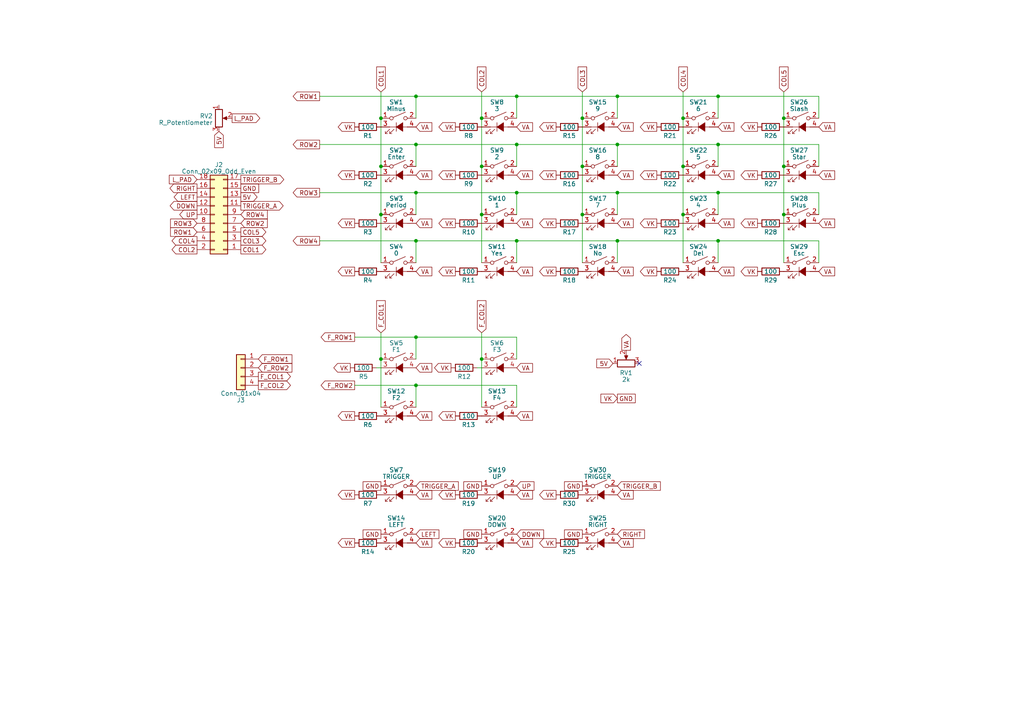
<source format=kicad_sch>
(kicad_sch (version 20230121) (generator eeschema)
  (paper "A4")
  (title_block (title "Sidecar XE85 keyboard") (date "2023-04-23") (rev "2") (company "Decent Consulting"))
  (lib_symbols
    (symbol "Connector_Generic:Conn_01x04" (pin_names (offset 1.016) hide)
      (property "Reference" "J" (at 0 5.08 0))
      (property "Value" "Conn_01x04" (at 0 -7.62 0))
      (symbol "Conn_01x04_1_1"
        (rectangle (start -1.27 -4.953) (end 0 -5.207) (stroke (width 0.1524)))
        (rectangle (start -1.27 -2.413) (end 0 -2.667) (stroke (width 0.1524)))
        (rectangle (start -1.27 0.127) (end 0 -0.127) (stroke (width 0.1524)))
        (rectangle (start -1.27 2.667) (end 0 2.413) (stroke (width 0.1524)))
        (rectangle (start -1.27 3.81) (end 1.27 -6.35) (stroke (width 0.254)) (fill (type background)))
        (pin passive line (at -5.08 2.54 0) (length 3.81) (name "Pin_1") (number "1"))
        (pin passive line (at -5.08 0 0) (length 3.81) (name "Pin_2") (number "2"))
        (pin passive line (at -5.08 -2.54 0) (length 3.81) (name "Pin_3") (number "3"))
        (pin passive line (at -5.08 -5.08 0) (length 3.81) (name "Pin_4") (number "4"))
      )
    )
    (symbol "Connector_Generic:Conn_02x09_Odd_Even" (pin_names (offset 1.016) hide)
      (property "Reference" "J" (at 1.27 12.7 0))
      (property "Value" "Conn_02x09_Odd_Even" (at 1.27 -12.7 0))
      (symbol "Conn_02x09_Odd_Even_1_1"
        (rectangle (start -1.27 -10.033) (end 0 -10.287) (stroke (width 0.1524)))
        (rectangle (start -1.27 -7.493) (end 0 -7.747) (stroke (width 0.1524)))
        (rectangle (start -1.27 -4.953) (end 0 -5.207) (stroke (width 0.1524)))
        (rectangle (start -1.27 -2.413) (end 0 -2.667) (stroke (width 0.1524)))
        (rectangle (start -1.27 0.127) (end 0 -0.127) (stroke (width 0.1524)))
        (rectangle (start -1.27 2.667) (end 0 2.413) (stroke (width 0.1524)))
        (rectangle (start -1.27 5.207) (end 0 4.953) (stroke (width 0.1524)))
        (rectangle (start -1.27 7.747) (end 0 7.493) (stroke (width 0.1524)))
        (rectangle (start -1.27 10.287) (end 0 10.033) (stroke (width 0.1524)))
        (rectangle (start -1.27 11.43) (end 3.81 -11.43) (stroke (width 0.254)) (fill (type background)))
        (rectangle (start 3.81 -10.033) (end 2.54 -10.287) (stroke (width 0.1524)))
        (rectangle (start 3.81 -7.493) (end 2.54 -7.747) (stroke (width 0.1524)))
        (rectangle (start 3.81 -4.953) (end 2.54 -5.207) (stroke (width 0.1524)))
        (rectangle (start 3.81 -2.413) (end 2.54 -2.667) (stroke (width 0.1524)))
        (rectangle (start 3.81 0.127) (end 2.54 -0.127) (stroke (width 0.1524)))
        (rectangle (start 3.81 2.667) (end 2.54 2.413) (stroke (width 0.1524)))
        (rectangle (start 3.81 5.207) (end 2.54 4.953) (stroke (width 0.1524)))
        (rectangle (start 3.81 7.747) (end 2.54 7.493) (stroke (width 0.1524)))
        (rectangle (start 3.81 10.287) (end 2.54 10.033) (stroke (width 0.1524)))
        (pin passive line (at -5.08 10.16 0) (length 3.81) (name "Pin_1") (number "1"))
        (pin passive line (at 7.62 0 180) (length 3.81) (name "Pin_10") (number "10"))
        (pin passive line (at -5.08 -2.54 0) (length 3.81) (name "Pin_11") (number "11"))
        (pin passive line (at 7.62 -2.54 180) (length 3.81) (name "Pin_12") (number "12"))
        (pin passive line (at -5.08 -5.08 0) (length 3.81) (name "Pin_13") (number "13"))
        (pin passive line (at 7.62 -5.08 180) (length 3.81) (name "Pin_14") (number "14"))
        (pin passive line (at -5.08 -7.62 0) (length 3.81) (name "Pin_15") (number "15"))
        (pin passive line (at 7.62 -7.62 180) (length 3.81) (name "Pin_16") (number "16"))
        (pin passive line (at -5.08 -10.16 0) (length 3.81) (name "Pin_17") (number "17"))
        (pin passive line (at 7.62 -10.16 180) (length 3.81) (name "Pin_18") (number "18"))
        (pin passive line (at 7.62 10.16 180) (length 3.81) (name "Pin_2") (number "2"))
        (pin passive line (at -5.08 7.62 0) (length 3.81) (name "Pin_3") (number "3"))
        (pin passive line (at 7.62 7.62 180) (length 3.81) (name "Pin_4") (number "4"))
        (pin passive line (at -5.08 5.08 0) (length 3.81) (name "Pin_5") (number "5"))
        (pin passive line (at 7.62 5.08 180) (length 3.81) (name "Pin_6") (number "6"))
        (pin passive line (at -5.08 2.54 0) (length 3.81) (name "Pin_7") (number "7"))
        (pin passive line (at 7.62 2.54 180) (length 3.81) (name "Pin_8") (number "8"))
        (pin passive line (at -5.08 0 0) (length 3.81) (name "Pin_9") (number "9"))
      )
    )
    (symbol "Device:R" (pin_numbers hide) (pin_names (offset 0))
      (property "Reference" "R" (at 2.032 0 90))
      (property "Value" "R" (at 0 0 90))
      (symbol "R_0_1"
        (rectangle (start -1.016 -2.54) (end 1.016 2.54) (stroke (width 0.254)))
      )
      (symbol "R_1_1"
        (pin passive line (at 0 3.81 270) (length 1.27) (name "~") (number "1"))
        (pin passive line (at 0 -3.81 90) (length 1.27) (name "~") (number "2"))
      )
    )
    (symbol "Device:R_Potentiometer" (pin_names (offset 1.016) hide)
      (property "Reference" "RV" (at -4.445 0 90))
      (property "Value" "R_Potentiometer" (at -2.54 0 90))
      (symbol "R_Potentiometer_0_1"
        (polyline (pts (xy 2.54 0) (xy 1.524 0)))
        (polyline (pts (xy 1.143 0) (xy 2.286 0.508) (xy 2.286 -0.508) (xy 1.143 0)) (fill (type outline)))
        (rectangle (start 1.016 2.54) (end -1.016 -2.54) (stroke (width 0.254)))
      )
      (symbol "R_Potentiometer_1_1"
        (pin passive line (at 0 3.81 270) (length 1.27) (name "1") (number "1"))
        (pin passive line (at 3.81 0 180) (length 1.27) (name "2") (number "2"))
        (pin passive line (at 0 -3.81 90) (length 1.27) (name "3") (number "3"))
      )
    )
    (symbol "Switch:SW_SPST_LED" (pin_names (offset 1.016) hide)
      (property "Reference" "SW" (at 0.635 5.715 0))
      (property "Value" "SW_SPST_LED" (at 0 -3.175 0))
      (symbol "SW_SPST_LED_0_0"
        (polyline (pts (xy -3.81 -1.905) (xy -2.54 -0.635)))
        (polyline (pts (xy -2.54 -1.905) (xy -1.27 -0.635)))
        (polyline (pts (xy -2.54 0) (xy 2.54 0)))
        (polyline (pts (xy -0.635 1.27) (xy -0.635 -1.27)))
        (polyline (pts (xy -3.81 -1.27) (xy -3.81 -1.905) (xy -3.175 -1.905)))
        (polyline (pts (xy -2.54 -1.27) (xy -2.54 -1.905) (xy -1.905 -1.905)))
        (polyline (pts (xy -0.635 0) (xy 1.27 1.27) (xy 1.27 -1.27) (xy -0.635 0)) (fill (type outline)))
      )
      (symbol "SW_SPST_LED_0_1"
        (circle (center -2.032 2.54) (radius 0.508))
        (polyline (pts (xy -1.524 2.794) (xy 2.032 4.318)))
        (circle (center 2.032 2.54) (radius 0.508))
        (pin passive line (at -5.08 2.54 0) (length 2.54) (name "1") (number "1"))
        (pin passive line (at 5.08 2.54 180) (length 2.54) (name "2") (number "2"))
        (pin passive line (at -5.08 0 0) (length 2.54) (name "K") (number "3"))
        (pin passive line (at 5.08 0 180) (length 2.54) (name "A") (number "4"))
      )
    )
  )
  (junction (at 139.7 104.14))
  (junction (at 120.65 111.76))
  (junction (at 139.7 62.23))
  (junction (at 110.49 104.14))
  (junction (at 208.28 55.88))
  (junction (at 139.7 48.26))
  (junction (at 168.91 48.26))
  (junction (at 110.49 34.29))
  (junction (at 120.65 27.94))
  (junction (at 179.07 69.85))
  (junction (at 227.33 34.29))
  (junction (at 227.33 62.23))
  (junction (at 179.07 55.88))
  (junction (at 227.33 48.26))
  (junction (at 120.65 55.88))
  (junction (at 208.28 41.91))
  (junction (at 179.07 27.94))
  (junction (at 149.86 69.85))
  (junction (at 168.91 34.29))
  (junction (at 208.28 69.85))
  (junction (at 149.86 55.88))
  (junction (at 110.49 48.26))
  (junction (at 149.86 27.94))
  (junction (at 198.12 48.26))
  (junction (at 110.49 62.23))
  (junction (at 120.65 41.91))
  (junction (at 198.12 34.29))
  (junction (at 120.65 97.79))
  (junction (at 139.7 34.29))
  (junction (at 179.07 41.91))
  (junction (at 120.65 69.85))
  (junction (at 149.86 41.91))
  (junction (at 208.28 27.94))
  (junction (at 198.12 62.23))
  (junction (at 168.91 62.23))
  (no_connect (at 185.42 105.41))
  (wire (pts (xy 227.33 62.23) (xy 227.33 76.2)))
  (wire (pts (xy 139.7 104.14) (xy 139.7 118.11)))
  (wire (pts (xy 109.22 106.68) (xy 110.49 106.68)))
  (wire (pts (xy 120.65 69.85) (xy 120.65 76.2)))
  (wire (pts (xy 120.65 34.29) (xy 120.65 27.94)))
  (wire (pts (xy 139.7 96.52) (xy 139.7 104.14)))
  (wire (pts (xy 149.86 97.79) (xy 120.65 97.79)))
  (wire (pts (xy 120.65 41.91) (xy 120.65 48.26)))
  (wire (pts (xy 149.86 27.94) (xy 120.65 27.94)))
  (wire (pts (xy 138.43 106.68) (xy 139.7 106.68)))
  (wire (pts (xy 237.49 62.23) (xy 237.49 55.88)))
  (wire (pts (xy 208.28 34.29) (xy 208.28 27.94)))
  (wire (pts (xy 102.87 97.79) (xy 120.65 97.79)))
  (wire (pts (xy 92.71 69.85) (xy 120.65 69.85)))
  (wire (pts (xy 149.86 76.2) (xy 149.86 69.85)))
  (wire (pts (xy 179.07 76.2) (xy 179.07 69.85)))
  (wire (pts (xy 168.91 34.29) (xy 168.91 48.26)))
  (wire (pts (xy 208.28 62.23) (xy 208.28 55.88)))
  (wire (pts (xy 110.49 62.23) (xy 110.49 76.2)))
  (wire (pts (xy 237.49 76.2) (xy 237.49 69.85)))
  (wire (pts (xy 179.07 62.23) (xy 179.07 55.88)))
  (wire (pts (xy 139.7 34.29) (xy 139.7 48.26)))
  (wire (pts (xy 92.71 41.91) (xy 120.65 41.91)))
  (wire (pts (xy 110.49 26.67) (xy 110.49 34.29)))
  (wire (pts (xy 198.12 26.67) (xy 198.12 34.29)))
  (wire (pts (xy 168.91 48.26) (xy 168.91 62.23)))
  (wire (pts (xy 208.28 76.2) (xy 208.28 69.85)))
  (wire (pts (xy 179.07 27.94) (xy 149.86 27.94)))
  (wire (pts (xy 92.71 27.94) (xy 120.65 27.94)))
  (wire (pts (xy 149.86 118.11) (xy 149.86 111.76)))
  (wire (pts (xy 149.86 55.88) (xy 120.65 55.88)))
  (wire (pts (xy 198.12 48.26) (xy 198.12 62.23)))
  (wire (pts (xy 110.49 34.29) (xy 110.49 48.26)))
  (wire (pts (xy 198.12 34.29) (xy 198.12 48.26)))
  (wire (pts (xy 237.49 55.88) (xy 208.28 55.88)))
  (wire (pts (xy 179.07 41.91) (xy 149.86 41.91)))
  (wire (pts (xy 208.28 27.94) (xy 179.07 27.94)))
  (wire (pts (xy 168.91 26.67) (xy 168.91 34.29)))
  (wire (pts (xy 149.86 111.76) (xy 120.65 111.76)))
  (wire (pts (xy 237.49 41.91) (xy 208.28 41.91)))
  (wire (pts (xy 179.07 34.29) (xy 179.07 27.94)))
  (wire (pts (xy 149.86 69.85) (xy 120.65 69.85)))
  (wire (pts (xy 149.86 62.23) (xy 149.86 55.88)))
  (wire (pts (xy 110.49 104.14) (xy 110.49 118.11)))
  (wire (pts (xy 139.7 62.23) (xy 139.7 76.2)))
  (wire (pts (xy 149.86 104.14) (xy 149.86 97.79)))
  (wire (pts (xy 92.71 55.88) (xy 120.65 55.88)))
  (wire (pts (xy 139.7 26.67) (xy 139.7 34.29)))
  (wire (pts (xy 208.28 55.88) (xy 179.07 55.88)))
  (wire (pts (xy 179.07 69.85) (xy 149.86 69.85)))
  (wire (pts (xy 227.33 48.26) (xy 227.33 62.23)))
  (wire (pts (xy 198.12 62.23) (xy 198.12 76.2)))
  (wire (pts (xy 237.49 69.85) (xy 208.28 69.85)))
  (wire (pts (xy 149.86 41.91) (xy 120.65 41.91)))
  (wire (pts (xy 208.28 48.26) (xy 208.28 41.91)))
  (wire (pts (xy 227.33 34.29) (xy 227.33 48.26)))
  (wire (pts (xy 120.65 118.11) (xy 120.65 111.76)))
  (wire (pts (xy 120.65 55.88) (xy 120.65 62.23)))
  (wire (pts (xy 120.65 97.79) (xy 120.65 104.14)))
  (wire (pts (xy 237.49 34.29) (xy 237.49 27.94)))
  (wire (pts (xy 208.28 41.91) (xy 179.07 41.91)))
  (wire (pts (xy 237.49 27.94) (xy 208.28 27.94)))
  (wire (pts (xy 179.07 55.88) (xy 149.86 55.88)))
  (wire (pts (xy 149.86 34.29) (xy 149.86 27.94)))
  (wire (pts (xy 110.49 48.26) (xy 110.49 62.23)))
  (wire (pts (xy 139.7 48.26) (xy 139.7 62.23)))
  (wire (pts (xy 168.91 62.23) (xy 168.91 76.2)))
  (wire (pts (xy 110.49 96.52) (xy 110.49 104.14)))
  (wire (pts (xy 237.49 48.26) (xy 237.49 41.91)))
  (wire (pts (xy 149.86 48.26) (xy 149.86 41.91)))
  (wire (pts (xy 102.87 111.76) (xy 120.65 111.76)))
  (wire (pts (xy 208.28 69.85) (xy 179.07 69.85)))
  (wire (pts (xy 227.33 26.67) (xy 227.33 34.29)))
  (wire (pts (xy 179.07 48.26) (xy 179.07 41.91)))
  (global_label "F_ROW1" (shape input) (at 74.93 104.14 0) (property "Intersheetrefs" "${INTERSHEET_REFS}" (effects hide)))
  (global_label "VA" (shape input) (at 120.65 78.74 0) (property "Intersheetrefs" "${INTERSHEET_REFS}" (effects hide)))
  (global_label "ROW2" (shape input) (at 69.85 64.77 0) (property "Intersheetrefs" "${INTERSHEET_REFS}" (effects hide)))
  (global_label "COL4" (shape input) (at 198.12 26.67 90) (property "Intersheetrefs" "${INTERSHEET_REFS}" (effects hide)))
  (global_label "COL3" (shape input) (at 168.91 26.67 90) (property "Intersheetrefs" "${INTERSHEET_REFS}" (effects hide)))
  (global_label "5V" (shape input) (at 63.5 38.1 270) (property "Intersheetrefs" "${INTERSHEET_REFS}" (effects hide)))
  (global_label "VK" (shape output) (at 132.08 36.83 180) (property "Intersheetrefs" "${INTERSHEET_REFS}" (effects hide)))
  (global_label "COL1" (shape output) (at 69.85 72.39 0) (property "Intersheetrefs" "${INTERSHEET_REFS}" (effects hide)))
  (global_label "VK" (shape output) (at 161.29 78.74 180) (property "Intersheetrefs" "${INTERSHEET_REFS}" (effects hide)))
  (global_label "5V" (shape output) (at 69.85 57.15 0) (property "Intersheetrefs" "${INTERSHEET_REFS}" (effects hide)))
  (global_label "L_PAD" (shape input) (at 57.15 52.07 180) (property "Intersheetrefs" "${INTERSHEET_REFS}" (effects hide)))
  (global_label "L_PAD" (shape output) (at 67.31 34.29 0) (property "Intersheetrefs" "${INTERSHEET_REFS}" (effects hide)))
  (global_label "VK" (shape output) (at 130.81 106.68 180) (property "Intersheetrefs" "${INTERSHEET_REFS}" (effects hide)))
  (global_label "VA" (shape input) (at 208.28 50.8 0) (property "Intersheetrefs" "${INTERSHEET_REFS}" (effects hide)))
  (global_label "VA" (shape input) (at 120.65 106.68 0) (property "Intersheetrefs" "${INTERSHEET_REFS}" (effects hide)))
  (global_label "VA" (shape input) (at 208.28 78.74 0) (property "Intersheetrefs" "${INTERSHEET_REFS}" (effects hide)))
  (global_label "VA" (shape input) (at 149.86 36.83 0) (property "Intersheetrefs" "${INTERSHEET_REFS}" (effects hide)))
  (global_label "VA" (shape input) (at 179.07 78.74 0) (property "Intersheetrefs" "${INTERSHEET_REFS}" (effects hide)))
  (global_label "UP" (shape input) (at 149.86 140.97 0) (property "Intersheetrefs" "${INTERSHEET_REFS}" (effects hide)))
  (global_label "RIGHT" (shape output) (at 57.15 54.61 180) (property "Intersheetrefs" "${INTERSHEET_REFS}" (effects hide)))
  (global_label "VA" (shape input) (at 149.86 50.8 0) (property "Intersheetrefs" "${INTERSHEET_REFS}" (effects hide)))
  (global_label "TRIGGER_B" (shape output) (at 69.85 52.07 0) (property "Intersheetrefs" "${INTERSHEET_REFS}" (effects hide)))
  (global_label "VK" (shape output) (at 190.5 78.74 180) (property "Intersheetrefs" "${INTERSHEET_REFS}" (effects hide)))
  (global_label "ROW2" (shape output) (at 92.71 41.91 180) (property "Intersheetrefs" "${INTERSHEET_REFS}" (effects hide)))
  (global_label "VK" (shape output) (at 132.08 64.77 180) (property "Intersheetrefs" "${INTERSHEET_REFS}" (effects hide)))
  (global_label "VA" (shape input) (at 120.65 50.8 0) (property "Intersheetrefs" "${INTERSHEET_REFS}" (effects hide)))
  (global_label "VA" (shape input) (at 120.65 120.65 0) (property "Intersheetrefs" "${INTERSHEET_REFS}" (effects hide)))
  (global_label "GND" (shape passive) (at 110.49 154.94 180) (property "Intersheetrefs" "${INTERSHEET_REFS}" (effects hide)))
  (global_label "F_ROW1" (shape output) (at 102.87 97.79 180) (property "Intersheetrefs" "${INTERSHEET_REFS}" (effects hide)))
  (global_label "F_COL1" (shape input) (at 110.49 96.52 90) (property "Intersheetrefs" "${INTERSHEET_REFS}" (effects hide)))
  (global_label "VA" (shape input) (at 120.65 143.51 0) (property "Intersheetrefs" "${INTERSHEET_REFS}" (effects hide)))
  (global_label "LEFT" (shape output) (at 57.15 57.15 180) (property "Intersheetrefs" "${INTERSHEET_REFS}" (effects hide)))
  (global_label "VA" (shape input) (at 149.86 106.68 0) (property "Intersheetrefs" "${INTERSHEET_REFS}" (effects hide)))
  (global_label "COL3" (shape output) (at 69.85 69.85 0) (property "Intersheetrefs" "${INTERSHEET_REFS}" (effects hide)))
  (global_label "COL5" (shape output) (at 69.85 67.31 0) (property "Intersheetrefs" "${INTERSHEET_REFS}" (effects hide)))
  (global_label "VK" (shape output) (at 219.71 50.8 180) (property "Intersheetrefs" "${INTERSHEET_REFS}" (effects hide)))
  (global_label "VK" (shape output) (at 190.5 36.83 180) (property "Intersheetrefs" "${INTERSHEET_REFS}" (effects hide)))
  (global_label "VK" (shape output) (at 102.87 64.77 180) (property "Intersheetrefs" "${INTERSHEET_REFS}" (effects hide)))
  (global_label "COL1" (shape input) (at 110.49 26.67 90) (property "Intersheetrefs" "${INTERSHEET_REFS}" (effects hide)))
  (global_label "LEFT" (shape input) (at 120.65 154.94 0) (property "Intersheetrefs" "${INTERSHEET_REFS}" (effects hide)))
  (global_label "VK" (shape output) (at 132.08 143.51 180) (property "Intersheetrefs" "${INTERSHEET_REFS}" (effects hide)))
  (global_label "VA" (shape input) (at 149.86 78.74 0) (property "Intersheetrefs" "${INTERSHEET_REFS}" (effects hide)))
  (global_label "TRIGGER_B" (shape input) (at 179.07 140.97 0) (property "Intersheetrefs" "${INTERSHEET_REFS}" (effects hide)))
  (global_label "VK" (shape output) (at 219.71 78.74 180) (property "Intersheetrefs" "${INTERSHEET_REFS}" (effects hide)))
  (global_label "GND" (shape passive) (at 69.85 54.61 0) (property "Intersheetrefs" "${INTERSHEET_REFS}" (effects hide)))
  (global_label "GND" (shape passive) (at 168.91 140.97 180) (property "Intersheetrefs" "${INTERSHEET_REFS}" (effects hide)))
  (global_label "VA" (shape input) (at 237.49 50.8 0) (property "Intersheetrefs" "${INTERSHEET_REFS}" (effects hide)))
  (global_label "VK" (shape output) (at 161.29 143.51 180) (property "Intersheetrefs" "${INTERSHEET_REFS}" (effects hide)))
  (global_label "VK" (shape output) (at 190.5 64.77 180) (property "Intersheetrefs" "${INTERSHEET_REFS}" (effects hide)))
  (global_label "DOWN" (shape input) (at 149.86 154.94 0) (property "Intersheetrefs" "${INTERSHEET_REFS}" (effects hide)))
  (global_label "VK" (shape input) (at 179.07 115.57 180) (property "Intersheetrefs" "${INTERSHEET_REFS}" (effects hide)))
  (global_label "UP" (shape output) (at 57.15 62.23 180) (property "Intersheetrefs" "${INTERSHEET_REFS}" (effects hide)))
  (global_label "VA" (shape input) (at 237.49 64.77 0) (property "Intersheetrefs" "${INTERSHEET_REFS}" (effects hide)))
  (global_label "VK" (shape output) (at 219.71 64.77 180) (property "Intersheetrefs" "${INTERSHEET_REFS}" (effects hide)))
  (global_label "TRIGGER_A" (shape input) (at 120.65 140.97 0) (property "Intersheetrefs" "${INTERSHEET_REFS}" (effects hide)))
  (global_label "VA" (shape input) (at 120.65 36.83 0) (property "Intersheetrefs" "${INTERSHEET_REFS}" (effects hide)))
  (global_label "COL5" (shape input) (at 227.33 26.67 90) (property "Intersheetrefs" "${INTERSHEET_REFS}" (effects hide)))
  (global_label "F_ROW2" (shape output) (at 102.87 111.76 180) (property "Intersheetrefs" "${INTERSHEET_REFS}" (effects hide)))
  (global_label "VK" (shape output) (at 161.29 64.77 180) (property "Intersheetrefs" "${INTERSHEET_REFS}" (effects hide)))
  (global_label "VA" (shape input) (at 149.86 157.48 0) (property "Intersheetrefs" "${INTERSHEET_REFS}" (effects hide)))
  (global_label "ROW4" (shape input) (at 69.85 62.23 0) (property "Intersheetrefs" "${INTERSHEET_REFS}" (effects hide)))
  (global_label "COL2" (shape input) (at 139.7 26.67 90) (property "Intersheetrefs" "${INTERSHEET_REFS}" (effects hide)))
  (global_label "GND" (shape passive) (at 168.91 154.94 180) (property "Intersheetrefs" "${INTERSHEET_REFS}" (effects hide)))
  (global_label "VK" (shape output) (at 101.6 106.68 180) (property "Intersheetrefs" "${INTERSHEET_REFS}" (effects hide)))
  (global_label "GND" (shape passive) (at 110.49 140.97 180) (property "Intersheetrefs" "${INTERSHEET_REFS}" (effects hide)))
  (global_label "COL4" (shape output) (at 57.15 69.85 180) (property "Intersheetrefs" "${INTERSHEET_REFS}" (effects hide)))
  (global_label "ROW3" (shape input) (at 57.15 64.77 180) (property "Intersheetrefs" "${INTERSHEET_REFS}" (effects hide)))
  (global_label "VA" (shape input) (at 208.28 36.83 0) (property "Intersheetrefs" "${INTERSHEET_REFS}" (effects hide)))
  (global_label "F_ROW2" (shape input) (at 74.93 106.68 0) (property "Intersheetrefs" "${INTERSHEET_REFS}" (effects hide)))
  (global_label "VA" (shape input) (at 179.07 64.77 0) (property "Intersheetrefs" "${INTERSHEET_REFS}" (effects hide)))
  (global_label "GND" (shape passive) (at 139.7 154.94 180) (property "Intersheetrefs" "${INTERSHEET_REFS}" (effects hide)))
  (global_label "VA" (shape input) (at 208.28 64.77 0) (property "Intersheetrefs" "${INTERSHEET_REFS}" (effects hide)))
  (global_label "ROW4" (shape output) (at 92.71 69.85 180) (property "Intersheetrefs" "${INTERSHEET_REFS}" (effects hide)))
  (global_label "VK" (shape output) (at 190.5 50.8 180) (property "Intersheetrefs" "${INTERSHEET_REFS}" (effects hide)))
  (global_label "VA" (shape input) (at 120.65 64.77 0) (property "Intersheetrefs" "${INTERSHEET_REFS}" (effects hide)))
  (global_label "VK" (shape output) (at 132.08 120.65 180) (property "Intersheetrefs" "${INTERSHEET_REFS}" (effects hide)))
  (global_label "GND" (shape passive) (at 179.07 115.57 0) (property "Intersheetrefs" "${INTERSHEET_REFS}" (effects hide)))
  (global_label "VA" (shape input) (at 179.07 157.48 0) (property "Intersheetrefs" "${INTERSHEET_REFS}" (effects hide)))
  (global_label "VA" (shape input) (at 120.65 157.48 0) (property "Intersheetrefs" "${INTERSHEET_REFS}" (effects hide)))
  (global_label "5V" (shape input) (at 177.8 105.41 180) (property "Intersheetrefs" "${INTERSHEET_REFS}" (effects hide)))
  (global_label "VK" (shape output) (at 161.29 157.48 180) (property "Intersheetrefs" "${INTERSHEET_REFS}" (effects hide)))
  (global_label "VK" (shape output) (at 132.08 157.48 180) (property "Intersheetrefs" "${INTERSHEET_REFS}" (effects hide)))
  (global_label "VK" (shape output) (at 132.08 50.8 180) (property "Intersheetrefs" "${INTERSHEET_REFS}" (effects hide)))
  (global_label "VK" (shape output) (at 102.87 78.74 180) (property "Intersheetrefs" "${INTERSHEET_REFS}" (effects hide)))
  (global_label "TRIGGER_A" (shape output) (at 69.85 59.69 0) (property "Intersheetrefs" "${INTERSHEET_REFS}" (effects hide)))
  (global_label "F_COL2" (shape input) (at 139.7 96.52 90) (property "Intersheetrefs" "${INTERSHEET_REFS}" (effects hide)))
  (global_label "DOWN" (shape output) (at 57.15 59.69 180) (property "Intersheetrefs" "${INTERSHEET_REFS}" (effects hide)))
  (global_label "VK" (shape output) (at 102.87 157.48 180) (property "Intersheetrefs" "${INTERSHEET_REFS}" (effects hide)))
  (global_label "VK" (shape output) (at 161.29 36.83 180) (property "Intersheetrefs" "${INTERSHEET_REFS}" (effects hide)))
  (global_label "VA" (shape input) (at 179.07 50.8 0) (property "Intersheetrefs" "${INTERSHEET_REFS}" (effects hide)))
  (global_label "RIGHT" (shape input) (at 179.07 154.94 0) (property "Intersheetrefs" "${INTERSHEET_REFS}" (effects hide)))
  (global_label "VK" (shape output) (at 102.87 120.65 180) (property "Intersheetrefs" "${INTERSHEET_REFS}" (effects hide)))
  (global_label "VA" (shape input) (at 237.49 36.83 0) (property "Intersheetrefs" "${INTERSHEET_REFS}" (effects hide)))
  (global_label "VA" (shape input) (at 237.49 78.74 0) (property "Intersheetrefs" "${INTERSHEET_REFS}" (effects hide)))
  (global_label "ROW1" (shape output) (at 92.71 27.94 180) (property "Intersheetrefs" "${INTERSHEET_REFS}" (effects hide)))
  (global_label "VK" (shape output) (at 102.87 143.51 180) (property "Intersheetrefs" "${INTERSHEET_REFS}" (effects hide)))
  (global_label "VK" (shape output) (at 102.87 50.8 180) (property "Intersheetrefs" "${INTERSHEET_REFS}" (effects hide)))
  (global_label "VA" (shape input) (at 179.07 36.83 0) (property "Intersheetrefs" "${INTERSHEET_REFS}" (effects hide)))
  (global_label "VA" (shape input) (at 149.86 120.65 0) (property "Intersheetrefs" "${INTERSHEET_REFS}" (effects hide)))
  (global_label "VA" (shape input) (at 149.86 64.77 0) (property "Intersheetrefs" "${INTERSHEET_REFS}" (effects hide)))
  (global_label "VA" (shape output) (at 181.61 101.6 90) (property "Intersheetrefs" "${INTERSHEET_REFS}" (effects hide)))
  (global_label "VK" (shape output) (at 132.08 78.74 180) (property "Intersheetrefs" "${INTERSHEET_REFS}" (effects hide)))
  (global_label "F_COL1" (shape output) (at 74.93 109.22 0) (property "Intersheetrefs" "${INTERSHEET_REFS}" (effects hide)))
  (global_label "VA" (shape input) (at 149.86 143.51 0) (property "Intersheetrefs" "${INTERSHEET_REFS}" (effects hide)))
  (global_label "F_COL2" (shape output) (at 74.93 111.76 0) (property "Intersheetrefs" "${INTERSHEET_REFS}" (effects hide)))
  (global_label "VA" (shape input) (at 179.07 143.51 0) (property "Intersheetrefs" "${INTERSHEET_REFS}" (effects hide)))
  (global_label "VK" (shape output) (at 102.87 36.83 180) (property "Intersheetrefs" "${INTERSHEET_REFS}" (effects hide)))
  (global_label "COL2" (shape output) (at 57.15 72.39 180) (property "Intersheetrefs" "${INTERSHEET_REFS}" (effects hide)))
  (global_label "ROW3" (shape output) (at 92.71 55.88 180) (property "Intersheetrefs" "${INTERSHEET_REFS}" (effects hide)))
  (global_label "VK" (shape output) (at 161.29 50.8 180) (property "Intersheetrefs" "${INTERSHEET_REFS}" (effects hide)))
  (global_label "GND" (shape passive) (at 139.7 140.97 180) (property "Intersheetrefs" "${INTERSHEET_REFS}" (effects hide)))
  (global_label "VK" (shape output) (at 219.71 36.83 180) (property "Intersheetrefs" "${INTERSHEET_REFS}" (effects hide)))
  (global_label "ROW1" (shape input) (at 57.15 67.31 180) (property "Intersheetrefs" "${INTERSHEET_REFS}" (effects hide)))
  (symbol (lib_id "Switch:SW_SPST_LED") (at 115.57 120.65 0) (unit 1)
    (property "Reference" "SW12" (at 114.935 113.4491 0))
    (property "Value" "F2" (at 114.935 115.3701 0))
    (property "Footprint" "Library:MX-1-50U-Atari-Fn-LED" (effects hide))
  )
  (symbol (lib_id "Device:R") (at 106.68 50.8 270) (unit 1)
    (property "Reference" "R2" (at 106.68 53.34 90))
    (property "Value" "100" (at 106.68 50.8 90))
    (property "Footprint" "Resistor_SMD:R_0603_1608Metric" (effects hide))
  )
  (symbol (lib_id "Device:R") (at 165.1 78.74 270) (unit 1)
    (property "Reference" "R18" (at 165.1 81.28 90))
    (property "Value" "100" (at 165.1 78.74 90))
    (property "Footprint" "Resistor_SMD:R_0603_1608Metric" (effects hide))
  )
  (symbol (lib_id "Device:R") (at 135.89 157.48 270) (unit 1)
    (property "Reference" "R20" (at 135.89 160.02 90))
    (property "Value" "100" (at 135.89 157.48 90))
    (property "Footprint" "Resistor_SMD:R_0603_1608Metric" (effects hide))
  )
  (symbol (lib_id "Switch:SW_SPST_LED") (at 173.99 143.51 0) (unit 1)
    (property "Reference" "SW30" (at 173.355 136.3091 0))
    (property "Value" "TRIGGER" (at 173.355 138.2301 0))
    (property "Footprint" "Library:MX-1-00U-LED" (effects hide))
  )
  (symbol (lib_id "Connector_Generic:Conn_01x04") (at 69.85 106.68 0) (mirror y) (unit 1)
    (property "Reference" "J3" (at 69.85 116.0399 0))
    (property "Value" "Conn_01x04" (at 69.85 114.1189 0))
    (property "Footprint" "Connector_JST:JST_EH_S4B-EH_1x04_P2.50mm_Horizontal" (effects hide))
  )
  (symbol (lib_id "Switch:SW_SPST_LED") (at 144.78 78.74 0) (unit 1)
    (property "Reference" "SW11" (at 144.145 71.5391 0))
    (property "Value" "Yes" (at 144.145 73.4601 0))
    (property "Footprint" "Library:MX-1-00U-LED" (effects hide))
  )
  (symbol (lib_id "Switch:SW_SPST_LED") (at 203.2 64.77 0) (unit 1)
    (property "Reference" "SW23" (at 202.565 57.5691 0))
    (property "Value" "4" (at 202.565 59.4901 0))
    (property "Footprint" "Library:MX-1-00U-LED" (effects hide))
  )
  (symbol (lib_id "Device:R") (at 165.1 50.8 270) (unit 1)
    (property "Reference" "R16" (at 165.1 53.34 90))
    (property "Value" "100" (at 165.1 50.8 90))
    (property "Footprint" "Resistor_SMD:R_0603_1608Metric" (effects hide))
  )
  (symbol (lib_id "Device:R") (at 223.52 78.74 270) (unit 1)
    (property "Reference" "R29" (at 223.52 81.28 90))
    (property "Value" "100" (at 223.52 78.74 90))
    (property "Footprint" "Resistor_SMD:R_0603_1608Metric" (effects hide))
  )
  (symbol (lib_id "Switch:SW_SPST_LED") (at 173.99 157.48 0) (unit 1)
    (property "Reference" "SW25" (at 173.355 150.2791 0))
    (property "Value" "RIGHT" (at 173.355 152.2001 0))
    (property "Footprint" "Library:MX-1-00U-LED" (effects hide))
  )
  (symbol (lib_id "Device:R") (at 194.31 36.83 270) (unit 1)
    (property "Reference" "R21" (at 194.31 39.37 90))
    (property "Value" "100" (at 194.31 36.83 90))
    (property "Footprint" "Resistor_SMD:R_0603_1608Metric" (effects hide))
  )
  (symbol (lib_id "Device:R") (at 165.1 64.77 270) (unit 1)
    (property "Reference" "R17" (at 165.1 67.31 90))
    (property "Value" "100" (at 165.1 64.77 90))
    (property "Footprint" "Resistor_SMD:R_0603_1608Metric" (effects hide))
  )
  (symbol (lib_id "Switch:SW_SPST_LED") (at 203.2 78.74 0) (unit 1)
    (property "Reference" "SW24" (at 202.565 71.5391 0))
    (property "Value" "Del" (at 202.565 73.4601 0))
    (property "Footprint" "Library:MX-1-50U-LED" (effects hide))
  )
  (symbol (lib_id "Switch:SW_SPST_LED") (at 173.99 64.77 0) (unit 1)
    (property "Reference" "SW17" (at 173.355 57.5691 0))
    (property "Value" "7" (at 173.355 59.4901 0))
    (property "Footprint" "Library:MX-1-00U-LED" (effects hide))
  )
  (symbol (lib_id "Device:R") (at 194.31 50.8 270) (unit 1)
    (property "Reference" "R22" (at 194.31 53.34 90))
    (property "Value" "100" (at 194.31 50.8 90))
    (property "Footprint" "Resistor_SMD:R_0603_1608Metric" (effects hide))
  )
  (symbol (lib_id "Device:R") (at 194.31 78.74 270) (unit 1)
    (property "Reference" "R24" (at 194.31 81.28 90))
    (property "Value" "100" (at 194.31 78.74 90))
    (property "Footprint" "Resistor_SMD:R_0603_1608Metric" (effects hide))
  )
  (symbol (lib_id "Switch:SW_SPST_LED") (at 144.78 36.83 0) (unit 1)
    (property "Reference" "SW8" (at 144.145 29.6291 0))
    (property "Value" "3" (at 144.145 31.5501 0))
    (property "Footprint" "Library:MX-1-00U-LED" (effects hide))
  )
  (symbol (lib_id "Device:R") (at 135.89 143.51 270) (unit 1)
    (property "Reference" "R19" (at 135.89 146.05 90))
    (property "Value" "100" (at 135.89 143.51 90))
    (property "Footprint" "Resistor_SMD:R_0603_1608Metric" (effects hide))
  )
  (symbol (lib_id "Device:R") (at 106.68 120.65 270) (unit 1)
    (property "Reference" "R6" (at 106.68 123.19 90))
    (property "Value" "100" (at 106.68 120.65 90))
    (property "Footprint" "Resistor_SMD:R_0603_1608Metric" (effects hide))
  )
  (symbol (lib_id "Device:R") (at 135.89 78.74 270) (unit 1)
    (property "Reference" "R11" (at 135.89 81.28 90))
    (property "Value" "100" (at 135.89 78.74 90))
    (property "Footprint" "Resistor_SMD:R_0603_1608Metric" (effects hide))
  )
  (symbol (lib_id "Switch:SW_SPST_LED") (at 232.41 36.83 0) (unit 1)
    (property "Reference" "SW26" (at 231.775 29.6291 0))
    (property "Value" "Slash" (at 231.775 31.5501 0))
    (property "Footprint" "Library:MX-1-00U-LED" (effects hide))
  )
  (symbol (lib_id "Switch:SW_SPST_LED") (at 144.78 106.68 0) (unit 1)
    (property "Reference" "SW6" (at 144.145 99.4791 0))
    (property "Value" "F3" (at 144.145 101.4001 0))
    (property "Footprint" "Library:MX-1-50U-Atari-Fn-LED" (effects hide))
  )
  (symbol (lib_id "Device:R") (at 194.31 64.77 270) (unit 1)
    (property "Reference" "R23" (at 194.31 67.31 90))
    (property "Value" "100" (at 194.31 64.77 90))
    (property "Footprint" "Resistor_SMD:R_0603_1608Metric" (effects hide))
  )
  (symbol (lib_id "Device:R") (at 135.89 120.65 270) (unit 1)
    (property "Reference" "R13" (at 135.89 123.19 90))
    (property "Value" "100" (at 135.89 120.65 90))
    (property "Footprint" "Resistor_SMD:R_0603_1608Metric" (effects hide))
  )
  (symbol (lib_id "Connector_Generic:Conn_02x09_Odd_Even") (at 64.77 62.23 180) (unit 1)
    (property "Reference" "J2" (at 63.5 47.7901 0))
    (property "Value" "Conn_02x09_Odd_Even" (at 63.5 49.7111 0))
    (property "Footprint" "Connector_TE-Connectivity:TE_Micro-MaTch_1-215079-8_2x09_P1.27mm_Vertical" (effects hide))
  )
  (symbol (lib_id "Switch:SW_SPST_LED") (at 144.78 120.65 0) (unit 1)
    (property "Reference" "SW13" (at 144.145 113.4491 0))
    (property "Value" "F4" (at 144.145 115.3701 0))
    (property "Footprint" "Library:MX-1-50U-Atari-Fn-LED" (effects hide))
  )
  (symbol (lib_id "Device:R_Potentiometer") (at 181.61 105.41 90) (unit 1)
    (property "Reference" "RV1" (at 181.61 108.1485 90))
    (property "Value" "2k" (at 181.61 110.0695 90))
    (property "Footprint" "Potentiometer_THT:Potentiometer_Piher_PT-6-V_Vertical" (effects hide))
  )
  (symbol (lib_id "Switch:SW_SPST_LED") (at 115.57 106.68 0) (unit 1)
    (property "Reference" "SW5" (at 114.935 99.4791 0))
    (property "Value" "F1" (at 114.935 101.4001 0))
    (property "Footprint" "Library:MX-1-50U-Atari-Fn-LED" (effects hide))
  )
  (symbol (lib_id "Device:R_Potentiometer") (at 63.5 34.29 0) (unit 1)
    (property "Reference" "RV2" (at 61.722 33.6463 0) (effects (justify right)))
    (property "Value" "R_Potentiometer" (at 61.722 35.5673 0) (effects (justify right)))
    (property "Footprint" "Potentiometer_THT:Potentiometer_Bourns_PTV09A-1_Single_Vertical" (effects hide))
  )
  (symbol (lib_id "Switch:SW_SPST_LED") (at 144.78 157.48 0) (unit 1)
    (property "Reference" "SW20" (at 144.145 150.2791 0))
    (property "Value" "DOWN" (at 144.145 152.2001 0))
    (property "Footprint" "Library:MX-1-00U-LED" (effects hide))
  )
  (symbol (lib_id "Switch:SW_SPST_LED") (at 144.78 64.77 0) (unit 1)
    (property "Reference" "SW10" (at 144.145 57.5691 0))
    (property "Value" "1" (at 144.145 59.4901 0))
    (property "Footprint" "Library:MX-1-00U-LED" (effects hide))
  )
  (symbol (lib_id "Switch:SW_SPST_LED") (at 115.57 36.83 0) (unit 1)
    (property "Reference" "SW1" (at 114.935 29.6291 0))
    (property "Value" "Minus" (at 114.935 31.5501 0))
    (property "Footprint" "Library:MX-1-00U-LED" (effects hide))
  )
  (symbol (lib_id "Switch:SW_SPST_LED") (at 232.41 50.8 0) (unit 1)
    (property "Reference" "SW27" (at 231.775 43.5991 0))
    (property "Value" "Star" (at 231.775 45.5201 0))
    (property "Footprint" "Library:MX-1-00U-LED" (effects hide))
  )
  (symbol (lib_id "Switch:SW_SPST_LED") (at 115.57 78.74 0) (unit 1)
    (property "Reference" "SW4" (at 114.935 71.5391 0))
    (property "Value" "0" (at 114.935 73.4601 0))
    (property "Footprint" "Library:MX-2-00U-LED" (effects hide))
  )
  (symbol (lib_id "Device:R") (at 135.89 64.77 270) (unit 1)
    (property "Reference" "R10" (at 135.89 67.31 90))
    (property "Value" "100" (at 135.89 64.77 90))
    (property "Footprint" "Resistor_SMD:R_0603_1608Metric" (effects hide))
  )
  (symbol (lib_id "Device:R") (at 106.68 36.83 270) (unit 1)
    (property "Reference" "R1" (at 106.68 39.37 90))
    (property "Value" "100" (at 106.68 36.83 90))
    (property "Footprint" "Resistor_SMD:R_0603_1608Metric" (effects hide))
  )
  (symbol (lib_id "Device:R") (at 165.1 157.48 270) (unit 1)
    (property "Reference" "R25" (at 165.1 160.02 90))
    (property "Value" "100" (at 165.1 157.48 90))
    (property "Footprint" "Resistor_SMD:R_0603_1608Metric" (effects hide))
  )
  (symbol (lib_id "Switch:SW_SPST_LED") (at 173.99 36.83 0) (unit 1)
    (property "Reference" "SW15" (at 173.355 29.6291 0))
    (property "Value" "9" (at 173.355 31.5501 0))
    (property "Footprint" "Library:MX-1-00U-LED" (effects hide))
  )
  (symbol (lib_id "Switch:SW_SPST_LED") (at 203.2 36.83 0) (unit 1)
    (property "Reference" "SW21" (at 202.565 29.6291 0))
    (property "Value" "6" (at 202.565 31.5501 0))
    (property "Footprint" "Library:MX-1-00U-LED" (effects hide))
  )
  (symbol (lib_id "Device:R") (at 105.41 106.68 270) (unit 1)
    (property "Reference" "R5" (at 105.41 109.22 90))
    (property "Value" "100" (at 105.41 106.68 90))
    (property "Footprint" "Resistor_SMD:R_0603_1608Metric" (effects hide))
  )
  (symbol (lib_id "Device:R") (at 106.68 157.48 270) (unit 1)
    (property "Reference" "R14" (at 106.68 160.02 90))
    (property "Value" "100" (at 106.68 157.48 90))
    (property "Footprint" "Resistor_SMD:R_0603_1608Metric" (effects hide))
  )
  (symbol (lib_id "Switch:SW_SPST_LED") (at 115.57 157.48 0) (unit 1)
    (property "Reference" "SW14" (at 114.935 150.2791 0))
    (property "Value" "LEFT" (at 114.935 152.2001 0))
    (property "Footprint" "Library:MX-1-00U-LED" (effects hide))
  )
  (symbol (lib_id "Switch:SW_SPST_LED") (at 115.57 50.8 0) (unit 1)
    (property "Reference" "SW2" (at 114.935 43.5991 0))
    (property "Value" "Enter" (at 114.935 45.5201 0))
    (property "Footprint" "Library:MX-2-00U-VERT-LED" (effects hide))
  )
  (symbol (lib_id "Device:R") (at 135.89 50.8 270) (unit 1)
    (property "Reference" "R9" (at 135.89 53.34 90))
    (property "Value" "100" (at 135.89 50.8 90))
    (property "Footprint" "Resistor_SMD:R_0603_1608Metric" (effects hide))
  )
  (symbol (lib_id "Switch:SW_SPST_LED") (at 232.41 78.74 0) (unit 1)
    (property "Reference" "SW29" (at 231.775 71.5391 0))
    (property "Value" "Esc" (at 231.775 73.4601 0))
    (property "Footprint" "Library:MX-1-50U-LED" (effects hide))
  )
  (symbol (lib_id "Switch:SW_SPST_LED") (at 203.2 50.8 0) (unit 1)
    (property "Reference" "SW22" (at 202.565 43.5991 0))
    (property "Value" "5" (at 202.565 45.5201 0))
    (property "Footprint" "Library:MX-1-00U-LED" (effects hide))
  )
  (symbol (lib_id "Switch:SW_SPST_LED") (at 115.57 143.51 0) (unit 1)
    (property "Reference" "SW7" (at 114.935 136.3091 0))
    (property "Value" "TRIGGER" (at 114.935 138.2301 0))
    (property "Footprint" "Library:MX-1-00U-LED" (effects hide))
  )
  (symbol (lib_id "Device:R") (at 106.68 143.51 270) (unit 1)
    (property "Reference" "R7" (at 106.68 146.05 90))
    (property "Value" "100" (at 106.68 143.51 90))
    (property "Footprint" "Resistor_SMD:R_0603_1608Metric" (effects hide))
  )
  (symbol (lib_id "Device:R") (at 165.1 143.51 270) (unit 1)
    (property "Reference" "R30" (at 165.1 146.05 90))
    (property "Value" "100" (at 165.1 143.51 90))
    (property "Footprint" "Resistor_SMD:R_0603_1608Metric" (effects hide))
  )
  (symbol (lib_id "Switch:SW_SPST_LED") (at 144.78 50.8 0) (unit 1)
    (property "Reference" "SW9" (at 144.145 43.5991 0))
    (property "Value" "2" (at 144.145 45.5201 0))
    (property "Footprint" "Library:MX-1-00U-LED" (effects hide))
  )
  (symbol (lib_id "Switch:SW_SPST_LED") (at 115.57 64.77 0) (unit 1)
    (property "Reference" "SW3" (at 114.935 57.5691 0))
    (property "Value" "Period" (at 114.935 59.4901 0))
    (property "Footprint" "Library:MX-1-00U-LED" (effects hide))
  )
  (symbol (lib_id "Switch:SW_SPST_LED") (at 173.99 50.8 0) (unit 1)
    (property "Reference" "SW16" (at 173.355 43.5991 0))
    (property "Value" "8" (at 173.355 45.5201 0))
    (property "Footprint" "Library:MX-1-00U-LED" (effects hide))
  )
  (symbol (lib_id "Device:R") (at 134.62 106.68 270) (unit 1)
    (property "Reference" "R12" (at 134.62 109.22 90))
    (property "Value" "100" (at 134.62 106.68 90))
    (property "Footprint" "Resistor_SMD:R_0603_1608Metric" (effects hide))
  )
  (symbol (lib_id "Device:R") (at 223.52 50.8 270) (unit 1)
    (property "Reference" "R27" (at 223.52 53.34 90))
    (property "Value" "100" (at 223.52 50.8 90))
    (property "Footprint" "Resistor_SMD:R_0603_1608Metric" (effects hide))
  )
  (symbol (lib_id "Switch:SW_SPST_LED") (at 144.78 143.51 0) (unit 1)
    (property "Reference" "SW19" (at 144.145 136.3091 0))
    (property "Value" "UP" (at 144.145 138.2301 0))
    (property "Footprint" "Library:MX-1-00U-LED" (effects hide))
  )
  (symbol (lib_id "Switch:SW_SPST_LED") (at 173.99 78.74 0) (unit 1)
    (property "Reference" "SW18" (at 173.355 71.5391 0))
    (property "Value" "No" (at 173.355 73.4601 0))
    (property "Footprint" "Library:MX-1-00U-LED" (effects hide))
  )
  (symbol (lib_id "Device:R") (at 135.89 36.83 270) (unit 1)
    (property "Reference" "R8" (at 135.89 39.37 90))
    (property "Value" "100" (at 135.89 36.83 90))
    (property "Footprint" "Resistor_SMD:R_0603_1608Metric" (effects hide))
  )
  (symbol (lib_id "Switch:SW_SPST_LED") (at 232.41 64.77 0) (unit 1)
    (property "Reference" "SW28" (at 231.775 57.5691 0))
    (property "Value" "Plus" (at 231.775 59.4901 0))
    (property "Footprint" "Library:MX-1-00U-LED" (effects hide))
  )
  (symbol (lib_id "Device:R") (at 106.68 64.77 270) (unit 1)
    (property "Reference" "R3" (at 106.68 67.31 90))
    (property "Value" "100" (at 106.68 64.77 90))
    (property "Footprint" "Resistor_SMD:R_0603_1608Metric" (effects hide))
  )
  (symbol (lib_id "Device:R") (at 223.52 64.77 270) (unit 1)
    (property "Reference" "R28" (at 223.52 67.31 90))
    (property "Value" "100" (at 223.52 64.77 90))
    (property "Footprint" "Resistor_SMD:R_0603_1608Metric" (effects hide))
  )
  (symbol (lib_id "Device:R") (at 223.52 36.83 270) (unit 1)
    (property "Reference" "R26" (at 223.52 39.37 90))
    (property "Value" "100" (at 223.52 36.83 90))
    (property "Footprint" "Resistor_SMD:R_0603_1608Metric" (effects hide))
  )
  (symbol (lib_id "Device:R") (at 106.68 78.74 270) (unit 1)
    (property "Reference" "R4" (at 106.68 81.28 90))
    (property "Value" "100" (at 106.68 78.74 90))
    (property "Footprint" "Resistor_SMD:R_0603_1608Metric" (effects hide))
  )
  (symbol (lib_id "Device:R") (at 165.1 36.83 270) (unit 1)
    (property "Reference" "R15" (at 165.1 39.37 90))
    (property "Value" "100" (at 165.1 36.83 90))
    (property "Footprint" "Resistor_SMD:R_0603_1608Metric" (effects hide))
  )
)
</source>
